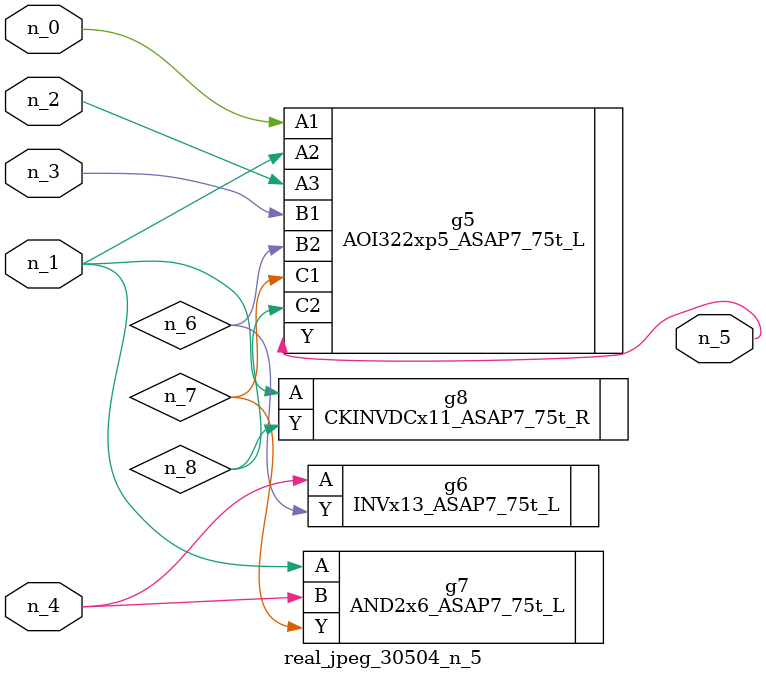
<source format=v>
module real_jpeg_30504_n_5 (n_4, n_0, n_1, n_2, n_3, n_5);

input n_4;
input n_0;
input n_1;
input n_2;
input n_3;

output n_5;

wire n_8;
wire n_6;
wire n_7;

AOI322xp5_ASAP7_75t_L g5 ( 
.A1(n_0),
.A2(n_1),
.A3(n_2),
.B1(n_3),
.B2(n_6),
.C1(n_7),
.C2(n_8),
.Y(n_5)
);

AND2x6_ASAP7_75t_L g7 ( 
.A(n_1),
.B(n_4),
.Y(n_7)
);

CKINVDCx11_ASAP7_75t_R g8 ( 
.A(n_1),
.Y(n_8)
);

INVx13_ASAP7_75t_L g6 ( 
.A(n_4),
.Y(n_6)
);


endmodule
</source>
